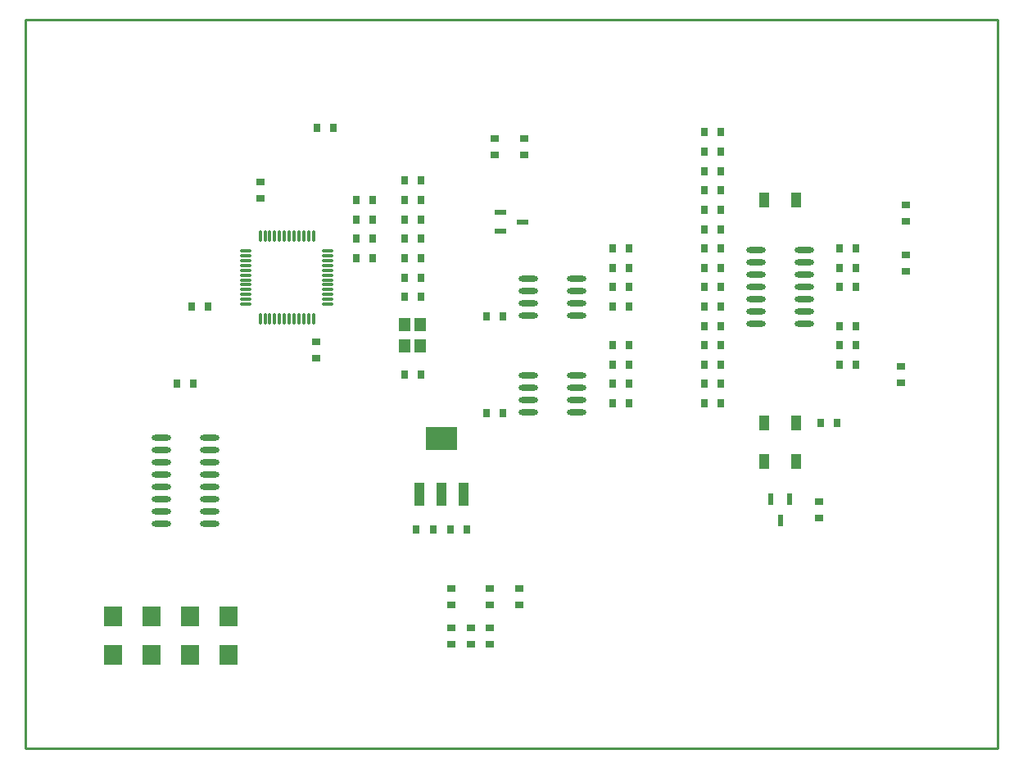
<source format=gtp>
G04*
G04 #@! TF.GenerationSoftware,Altium Limited,Altium Designer,20.0.10 (225)*
G04*
G04 Layer_Color=8421504*
%FSLAX25Y25*%
%MOIN*%
G70*
G01*
G75*
%ADD14C,0.01000*%
%ADD25R,0.03937X0.06299*%
%ADD26R,0.03543X0.02756*%
%ADD27R,0.02756X0.03543*%
%ADD28O,0.07874X0.02362*%
%ADD29R,0.02362X0.04528*%
%ADD30R,0.04528X0.02362*%
%ADD31R,0.07700X0.08000*%
%ADD32R,0.03937X0.09449*%
%ADD33R,0.12992X0.09449*%
%ADD34O,0.01181X0.04724*%
%ADD35O,0.04724X0.01181*%
%ADD36R,0.04724X0.05512*%
D14*
X0Y-148228D02*
Y148228D01*
X395669D01*
X395669Y-148228D01*
X0D02*
X395669D01*
D25*
X300590Y-15748D02*
D03*
X313583D02*
D03*
Y-31496D02*
D03*
X300590D02*
D03*
Y74803D02*
D03*
X313583D02*
D03*
D26*
X95472Y82087D02*
D03*
Y75394D02*
D03*
X188976Y-89961D02*
D03*
Y-83268D02*
D03*
X173228D02*
D03*
Y-89961D02*
D03*
X181102Y-99016D02*
D03*
Y-105709D02*
D03*
X188976D02*
D03*
Y-99016D02*
D03*
X173228Y-105709D02*
D03*
Y-99016D02*
D03*
X322835Y-47835D02*
D03*
Y-54528D02*
D03*
X356299Y591D02*
D03*
Y7283D02*
D03*
X200787Y-83268D02*
D03*
Y-89961D02*
D03*
X358268Y52559D02*
D03*
Y45866D02*
D03*
X358268Y66142D02*
D03*
Y72835D02*
D03*
X118110Y10433D02*
D03*
Y17126D02*
D03*
X190945Y93110D02*
D03*
Y99803D02*
D03*
X202756D02*
D03*
Y93110D02*
D03*
D27*
X134449Y66929D02*
D03*
X141142D02*
D03*
X282874Y7874D02*
D03*
X276181D02*
D03*
Y15748D02*
D03*
X282874D02*
D03*
X276181Y23622D02*
D03*
X282874D02*
D03*
X160827Y51181D02*
D03*
X154134D02*
D03*
X276181Y31496D02*
D03*
X282874D02*
D03*
X160827Y59055D02*
D03*
X154134D02*
D03*
X276181Y-7874D02*
D03*
X282874D02*
D03*
X160827Y43307D02*
D03*
X154134D02*
D03*
X282874Y0D02*
D03*
X276181D02*
D03*
X337992Y15748D02*
D03*
X331299D02*
D03*
X330118Y-15748D02*
D03*
X323425D02*
D03*
X331299Y7874D02*
D03*
X337992D02*
D03*
Y23622D02*
D03*
X331299D02*
D03*
Y47244D02*
D03*
X337992D02*
D03*
X276181Y94488D02*
D03*
X282874D02*
D03*
Y102362D02*
D03*
X276181D02*
D03*
X337992Y55118D02*
D03*
X331299D02*
D03*
X159055Y-59055D02*
D03*
X165748D02*
D03*
X172835D02*
D03*
X179528D02*
D03*
X68307Y0D02*
D03*
X61614D02*
D03*
X245472Y15748D02*
D03*
X238779D02*
D03*
X245472Y-7874D02*
D03*
X238779D02*
D03*
X245472Y0D02*
D03*
X238779D02*
D03*
X187598Y-11811D02*
D03*
X194291D02*
D03*
X245472Y7874D02*
D03*
X238779D02*
D03*
X245472Y55118D02*
D03*
X238779D02*
D03*
X245472Y31496D02*
D03*
X238779D02*
D03*
X245472Y39370D02*
D03*
X238779D02*
D03*
X187598Y27559D02*
D03*
X194291D02*
D03*
X245472Y47244D02*
D03*
X238779D02*
D03*
X276181Y55118D02*
D03*
X282874D02*
D03*
Y39370D02*
D03*
X276181D02*
D03*
Y62992D02*
D03*
X282874D02*
D03*
X160827Y74803D02*
D03*
X154134D02*
D03*
X276181Y47244D02*
D03*
X282874D02*
D03*
X160827Y66929D02*
D03*
X154134D02*
D03*
X276181Y70866D02*
D03*
X282874D02*
D03*
X160827Y82677D02*
D03*
X154134D02*
D03*
X331299Y39370D02*
D03*
X337992D02*
D03*
X282874Y78740D02*
D03*
X276181D02*
D03*
X282874Y86614D02*
D03*
X276181D02*
D03*
X141142Y74803D02*
D03*
X134449D02*
D03*
Y51181D02*
D03*
X141142D02*
D03*
Y59055D02*
D03*
X134449D02*
D03*
X67520Y31496D02*
D03*
X74213D02*
D03*
X160827Y35433D02*
D03*
X154134D02*
D03*
Y3937D02*
D03*
X160827D02*
D03*
X125394Y104331D02*
D03*
X118701D02*
D03*
D28*
X297244Y54370D02*
D03*
Y49370D02*
D03*
Y44370D02*
D03*
Y39370D02*
D03*
Y24370D02*
D03*
Y29370D02*
D03*
Y34370D02*
D03*
X316929Y24370D02*
D03*
Y29370D02*
D03*
Y34370D02*
D03*
Y39370D02*
D03*
Y44370D02*
D03*
Y49370D02*
D03*
Y54370D02*
D03*
X74803Y-21870D02*
D03*
Y-56870D02*
D03*
Y-51870D02*
D03*
Y-46870D02*
D03*
Y-41870D02*
D03*
Y-26870D02*
D03*
Y-31870D02*
D03*
Y-36870D02*
D03*
X55118Y-56870D02*
D03*
Y-51870D02*
D03*
Y-21870D02*
D03*
Y-26870D02*
D03*
Y-31870D02*
D03*
Y-36870D02*
D03*
Y-41870D02*
D03*
Y-46870D02*
D03*
X224410Y-11437D02*
D03*
Y-6437D02*
D03*
Y-1437D02*
D03*
Y3563D02*
D03*
X204724Y-11437D02*
D03*
Y-6437D02*
D03*
Y-1437D02*
D03*
Y3563D02*
D03*
X224410Y27933D02*
D03*
Y32933D02*
D03*
Y37933D02*
D03*
Y42933D02*
D03*
X204724Y27933D02*
D03*
Y32933D02*
D03*
Y37933D02*
D03*
Y42933D02*
D03*
D29*
X310827Y-46752D02*
D03*
X303346D02*
D03*
X307087Y-55610D02*
D03*
D30*
X193405Y69685D02*
D03*
Y62205D02*
D03*
X202264Y65945D02*
D03*
D31*
X82677Y-110236D02*
D03*
X66929D02*
D03*
X82677Y-94488D02*
D03*
X66929D02*
D03*
X51181Y-110236D02*
D03*
X35433D02*
D03*
X51181Y-94488D02*
D03*
X35433D02*
D03*
D32*
X160236Y-44882D02*
D03*
X169291D02*
D03*
X178347D02*
D03*
D33*
X169291Y-22047D02*
D03*
D34*
X117126Y26575D02*
D03*
X115157D02*
D03*
X113189D02*
D03*
X111221D02*
D03*
X109252D02*
D03*
X107283D02*
D03*
X105315D02*
D03*
X103347D02*
D03*
X101378D02*
D03*
X99409D02*
D03*
X97441D02*
D03*
X95472D02*
D03*
X95472Y60039D02*
D03*
X97441D02*
D03*
X99410D02*
D03*
X101378D02*
D03*
X103347D02*
D03*
X105315D02*
D03*
X107283D02*
D03*
X109252D02*
D03*
X111221D02*
D03*
X113189D02*
D03*
X115157D02*
D03*
X117126D02*
D03*
D35*
X123031Y54134D02*
D03*
Y52165D02*
D03*
Y50197D02*
D03*
Y48228D02*
D03*
Y46260D02*
D03*
Y44291D02*
D03*
Y42323D02*
D03*
Y40354D02*
D03*
Y38386D02*
D03*
Y36417D02*
D03*
Y34449D02*
D03*
Y32480D02*
D03*
X89567Y44291D02*
D03*
Y36417D02*
D03*
Y52165D02*
D03*
Y34449D02*
D03*
Y32480D02*
D03*
Y42323D02*
D03*
Y40354D02*
D03*
Y38386D02*
D03*
Y46260D02*
D03*
Y50197D02*
D03*
Y48228D02*
D03*
Y54134D02*
D03*
D36*
X160630Y24016D02*
D03*
Y15354D02*
D03*
X154331Y24016D02*
D03*
Y15354D02*
D03*
M02*

</source>
